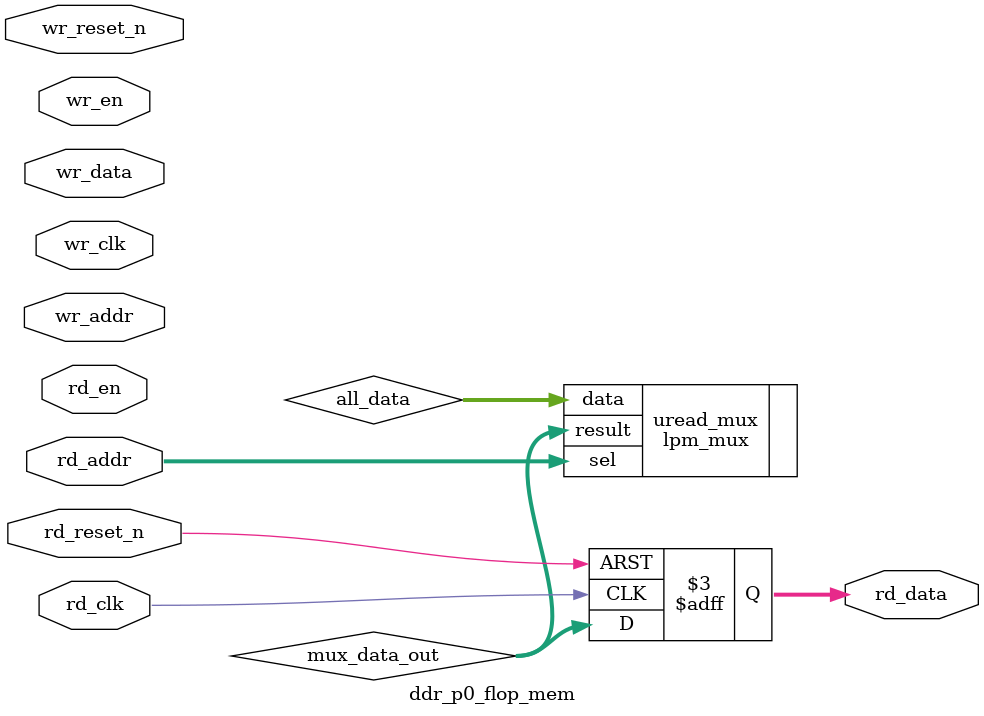
<source format=v>



`timescale 1 ps / 1 ps

(* altera_attribute = "-name ALLOW_SYNCH_CTRL_USAGE ON;-name AUTO_CLOCK_ENABLE_RECOGNITION ON" *)
module ddr_p0_flop_mem(
	wr_reset_n,
	wr_clk,
	wr_en,
	wr_addr,
	wr_data,
	rd_reset_n,
	rd_clk,
	rd_en,
	rd_addr,
	rd_data
);

parameter WRITE_MEM_DEPTH	= "";
parameter WRITE_ADDR_WIDTH	= "";
parameter WRITE_DATA_WIDTH	= "";
parameter READ_MEM_DEPTH	= "";
parameter READ_ADDR_WIDTH	= "";		 
parameter READ_DATA_WIDTH	= "";


input	wr_reset_n;
input	wr_clk;
input	wr_en;
input	[WRITE_ADDR_WIDTH-1:0] wr_addr;
input	[WRITE_DATA_WIDTH-1:0] wr_data;
input	rd_reset_n;
input	rd_clk;
input	rd_en;
input	[READ_ADDR_WIDTH-1:0] rd_addr;
output	[READ_DATA_WIDTH-1:0] rd_data;



wire	[WRITE_DATA_WIDTH*WRITE_MEM_DEPTH-1:0] all_data;
wire	[READ_DATA_WIDTH-1:0] mux_data_out;



// declare a memory with WRITE_MEM_DEPTH entries
// each entry contains a data size of WRITE_DATA_WIDTH
reg	[WRITE_DATA_WIDTH-1:0] data_stored [0:WRITE_MEM_DEPTH-1] /* synthesis syn_preserve = 1 */;
reg	[READ_DATA_WIDTH-1:0] rd_data;

generate
genvar entry;
	for (entry=0; entry < WRITE_MEM_DEPTH; entry=entry+1)
	begin: mem_location
		assign all_data[(WRITE_DATA_WIDTH*(entry+1)-1) : (WRITE_DATA_WIDTH*entry)] = data_stored[entry]; 
		
		always @(posedge wr_clk or negedge wr_reset_n)
		begin
			if (~wr_reset_n) begin
				data_stored[entry] <= {WRITE_DATA_WIDTH{1'b0}};
			end else begin
				if (wr_en) begin
					if (entry == wr_addr) begin
						data_stored[entry] <= wr_data;
					end
				end
			end
		end		
	end
endgenerate

// mux to select the correct output data based on read address
lpm_mux	uread_mux(
	.sel (rd_addr),
	.data (all_data),
	.result (mux_data_out)
	// synopsys translate_off
	,
	.aclr (),
	.clken (),
	.clock ()
	// synopsys translate_on
	);
 defparam uread_mux.lpm_size = READ_MEM_DEPTH;
 defparam uread_mux.lpm_type = "LPM_MUX";
 defparam uread_mux.lpm_width = READ_DATA_WIDTH;
 defparam uread_mux.lpm_widths = READ_ADDR_WIDTH;

always @(posedge rd_clk or negedge rd_reset_n)	
begin
	if (~rd_reset_n) begin
		rd_data <= {READ_DATA_WIDTH{1'b0}};
	end else begin
		rd_data <= mux_data_out;
	end
end

endmodule

</source>
